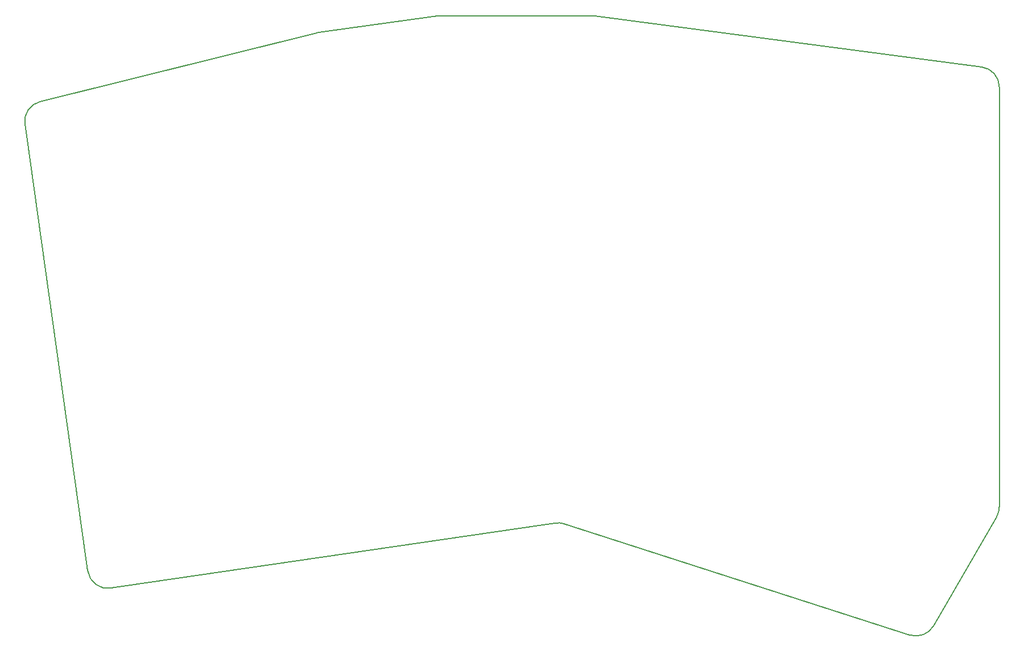
<source format=gbr>
%TF.GenerationSoftware,KiCad,Pcbnew,9.0.3*%
%TF.CreationDate,2025-07-25T16:03:50+02:00*%
%TF.ProjectId,left_pcb,6c656674-5f70-4636-922e-6b696361645f,v1.0.0*%
%TF.SameCoordinates,Original*%
%TF.FileFunction,Profile,NP*%
%FSLAX46Y46*%
G04 Gerber Fmt 4.6, Leading zero omitted, Abs format (unit mm)*
G04 Created by KiCad (PCBNEW 9.0.3) date 2025-07-25 16:03:50*
%MOMM*%
%LPD*%
G01*
G04 APERTURE LIST*
%TA.AperFunction,Profile*%
%ADD10C,0.150000*%
%TD*%
G04 APERTURE END LIST*
D10*
X67385302Y-91155703D02*
X76748893Y-157781097D01*
X110803578Y-77566620D02*
X69630670Y-87827221D01*
X110803576Y-77566621D02*
G75*
G02*
X111116309Y-77506113I725324J-2910379D01*
G01*
X80155297Y-160331786D02*
G75*
G02*
X76748914Y-157781094I-435597J2968186D01*
G01*
X128752969Y-75056578D02*
G75*
G02*
X129165671Y-75028062I412631J-2971122D01*
G01*
X212402368Y-148204750D02*
X212402365Y-85638535D01*
X147622834Y-150742047D02*
X199096128Y-167318455D01*
X202613809Y-165962878D02*
X212000448Y-149704747D01*
X128752969Y-75056578D02*
X111116309Y-77506114D01*
X209795055Y-82664345D02*
G75*
G02*
X212402363Y-85638535I-392655J-2974155D01*
G01*
X202613809Y-165962878D02*
G75*
G02*
X199096113Y-167318502I-2598109J1499978D01*
G01*
X80155297Y-160331786D02*
X146267625Y-150629421D01*
X67385304Y-91155703D02*
G75*
G02*
X69630674Y-87827239I2970796J417503D01*
G01*
X151761146Y-75028058D02*
X129165671Y-75028056D01*
X212402368Y-148204750D02*
G75*
G02*
X212000464Y-149704756I-2999968J-50D01*
G01*
X146267625Y-150629421D02*
G75*
G02*
X147622830Y-150742059I435575J-2968279D01*
G01*
X151761142Y-75028054D02*
G75*
G02*
X152153830Y-75053866I-42J-3000646D01*
G01*
X209795055Y-82664345D02*
X152153830Y-75053863D01*
M02*

</source>
